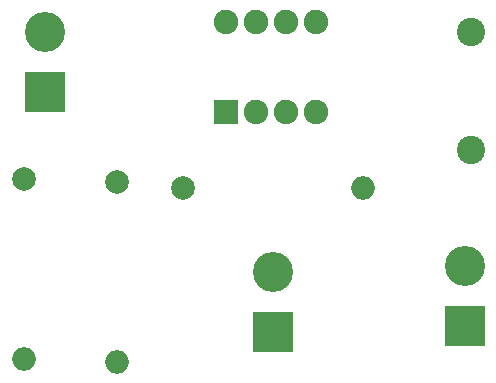
<source format=gbr>
G04 #@! TF.FileFunction,Soldermask,Top*
%FSLAX46Y46*%
G04 Gerber Fmt 4.6, Leading zero omitted, Abs format (unit mm)*
G04 Created by KiCad (PCBNEW 4.0.7) date 11/17/17 03:08:13*
%MOMM*%
%LPD*%
G01*
G04 APERTURE LIST*
%ADD10C,0.100000*%
%ADD11C,2.400000*%
%ADD12R,3.400000X3.400000*%
%ADD13C,3.400000*%
%ADD14C,2.000000*%
%ADD15O,2.000000X2.000000*%
%ADD16R,2.076400X2.076400*%
%ADD17C,2.076400*%
G04 APERTURE END LIST*
D10*
D11*
X181356000Y-100584000D03*
X181356000Y-110584000D03*
D12*
X164592000Y-125984000D03*
D13*
X164592000Y-120904000D03*
D12*
X180848000Y-125476000D03*
D13*
X180848000Y-120396000D03*
D12*
X145288000Y-105664000D03*
D13*
X145288000Y-100584000D03*
D14*
X143510000Y-113030000D03*
D15*
X143510000Y-128270000D03*
D14*
X151384000Y-113284000D03*
D15*
X151384000Y-128524000D03*
D14*
X156972000Y-113792000D03*
D15*
X172212000Y-113792000D03*
D16*
X160655000Y-107315000D03*
D17*
X163195000Y-107315000D03*
X165735000Y-107315000D03*
X168275000Y-107315000D03*
X168275000Y-99695000D03*
X165735000Y-99695000D03*
X163195000Y-99695000D03*
X160655000Y-99695000D03*
M02*

</source>
